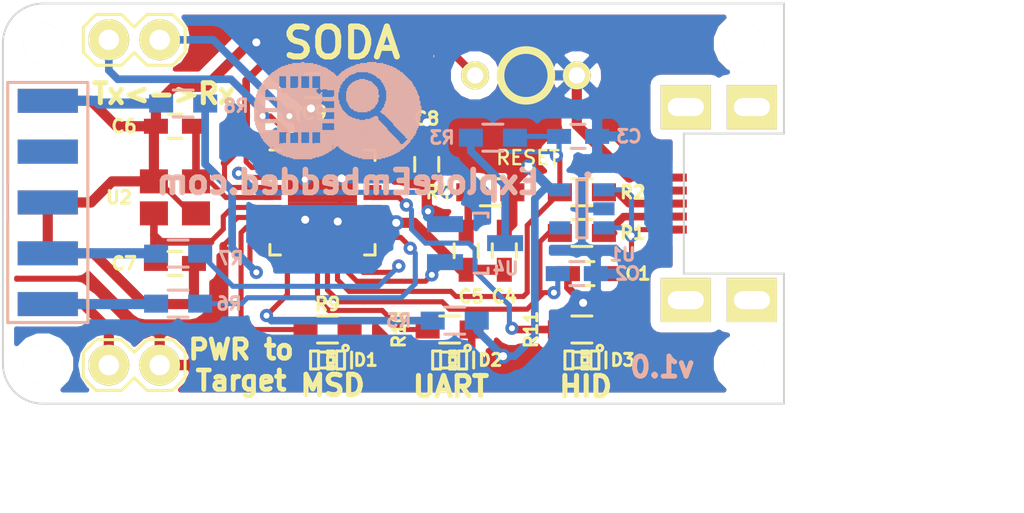
<source format=kicad_pcb>
(kicad_pcb (version 4) (host pcbnew 4.0.4-stable)
  (layers (0 F.Cu signal) (31 B.Cu signal) (34 B.Paste user) (35 F.Paste user) (36 B.SilkS user) (37 F.SilkS user) (38 B.Mask user) (39 F.Mask user) (44 Edge.Cuts user))
  (net 0 "")
  (net 1 GND)
  (net 2 V_BUS)
  (net 3 USB_D-)
  (net 4 USB_D+)
  (net 5 +3.3VP)
  (net 6 IF_RESET)
  (net 7 "Net-(C6-Pad1)")
  (net 8 "Net-(C7-Pad1)")
  (net 9 "Net-(CON1-Pad2)")
  (net 10 "Net-(CON1-Pad3)")
  (net 11 "Net-(D1-Pad2)")
  (net 12 "Net-(D2-Pad2)")
  (net 13 "Net-(D3-Pad2)")
  (net 14 "Net-(JP1-Pad2)")
  (net 15 TX_OUT)
  (net 16 RX_IN)
  (net 17 "Net-(P1-Pad2)")
  (net 18 "Net-(P1-Pad4)")
  (net 19 "Net-(P1-Pad6)")
  (net 20 "Net-(P1-Pad7)")
  (net 21 "Net-(P1-Pad8)")
  (net 22 "Net-(P1-Pad10)")
  (net 23 VBUS_Sense)
  (net 24 TGT_SWDIO)
  (net 25 TGT_SWCLK)
  (net 26 TGT_NRESET)
  (net 27 LED_MSD)
  (net 28 LED_HID)
  (net 29 LED_UART)
  (net 30 RESET)
  (net 31 "Net-(U3-Pad10)")
  (net 32 "Net-(U3-Pad11)")
  (net 33 USB_CONN)
  (net 34 "Net-(U3-Pad18)")
  (net 35 "Net-(U3-Pad19)")
  (net 36 "Net-(U3-Pad20)")
  (net 37 "Net-(U3-Pad22)")
  (net 38 "Net-(U3-Pad23)")
  (net 39 "Net-(U3-Pad24)")
  (net 40 "Net-(U3-Pad25)")
  (net 41 "Net-(U3-Pad26)")
  (net 42 "Net-(U3-Pad27)")
  (net 43 "Net-(U3-Pad28)")
  (net 44 "Net-(U3-Pad30)")
  (net 45 "Net-(U1-Pad4)")
  (net 46 "Net-(CON1-Pad4)")
  (net 47 "Net-(R3-Pad2)")
  (module EE:SW_PUSH_SMALL_2pin_3D_xl (layer F.Cu) (at 166.116 53.594 180)
    (fp_text reference SW1 hide)
    (fp_text value SW_PUSH hide)
    (pad 1 thru_hole circle (at -2.54 0 180) (size 1.397 1.397) (drill 0.8128) (layers *.Cu *.Mask F.SilkS) (net 1 GND))
    (pad 2 thru_hole circle (at 2.54 0 180) (size 1.397 1.397) (drill 0.8128) (layers *.Cu *.Mask F.SilkS) (net 30 RESET))
  )
  (module EE:M3_mounting (layer F.Cu) (at 142 52)
    (fp_text reference P3 hide)
    (fp_text value CONN_01X01 hide)
    (pad "" np_thru_hole circle (at 0 0) (size 2 2) (drill 2) (layers *.Cu *.Mask F.SilkS))
  )
  (module EE:M3_mounting (layer F.Cu) (at 142 68)
    (fp_text reference P2 hide)
    (fp_text value CONN_01X01 hide)
    (pad "" np_thru_hole circle (at 0 0) (size 2 2) (drill 2) (layers *.Cu *.Mask F.SilkS))
  )
  (module EE:M3_mounting (layer F.Cu) (at 177 68)
    (fp_text reference P5 hide)
    (fp_text value CONN_01X01 hide)
    (pad "" np_thru_hole circle (at 0 0) (size 2 2) (drill 2) (layers *.Cu *.Mask F.SilkS))
  )
  (module EE:M3_mounting (layer F.Cu) (at 177 52)
    (fp_text reference P4 hide)
    (fp_text value CONN_01X01 hide)
    (pad "" np_thru_hole circle (at 0 0) (size 2 2) (drill 2) (layers *.Cu *.Mask F.SilkS))
  )
  (module Housings_DFN_QFN:QFN-32-1EP_5x5mm_Pitch0.5mm (layer F.Cu) (at 155.956 59.944)
    (fp_text reference U3 hide)
    (fp_text value LPC11U35FHI33/501 hide)
    (pad 1 smd rect (at -2.5 -1.75) (size 0.9 0.25) (layers F.Cu F.Paste F.Mask) (net 30 RESET))
    (pad 2 smd rect (at -2.5 -1.25) (size 0.9 0.25) (layers F.Cu F.Paste F.Mask) (net 6 IF_RESET))
    (pad 3 smd rect (at -2.5 -0.75) (size 0.9 0.25) (layers F.Cu F.Paste F.Mask) (net 30 RESET))
    (pad 4 smd rect (at -2.5 -0.25) (size 0.9 0.25) (layers F.Cu F.Paste F.Mask) (net 7 "Net-(C6-Pad1)"))
    (pad 5 smd rect (at -2.5 0.25) (size 0.9 0.25) (layers F.Cu F.Paste F.Mask) (net 8 "Net-(C7-Pad1)"))
    (pad 6 smd rect (at -2.5 0.75) (size 0.9 0.25) (layers F.Cu F.Paste F.Mask) (net 5 +3.3VP))
    (pad 7 smd rect (at -2.5 1.25) (size 0.9 0.25) (layers F.Cu F.Paste F.Mask) (net 27 LED_MSD))
    (pad 8 smd rect (at -2.5 1.75) (size 0.9 0.25) (layers F.Cu F.Paste F.Mask) (net 26 TGT_NRESET))
    (pad 9 smd rect (at -1.75 2.5 90) (size 0.9 0.25) (layers F.Cu F.Paste F.Mask) (net 23 VBUS_Sense))
    (pad 10 smd rect (at -1.25 2.5 90) (size 0.9 0.25) (layers F.Cu F.Paste F.Mask) (net 31 "Net-(U3-Pad10)"))
    (pad 11 smd rect (at -0.75 2.5 90) (size 0.9 0.25) (layers F.Cu F.Paste F.Mask) (net 32 "Net-(U3-Pad11)"))
    (pad 12 smd rect (at -0.25 2.5 90) (size 0.9 0.25) (layers F.Cu F.Paste F.Mask) (net 28 LED_HID))
    (pad 13 smd rect (at 0.25 2.5 90) (size 0.9 0.25) (layers F.Cu F.Paste F.Mask) (net 3 USB_D-))
    (pad 14 smd rect (at 0.75 2.5 90) (size 0.9 0.25) (layers F.Cu F.Paste F.Mask) (net 4 USB_D+))
    (pad 15 smd rect (at 1.25 2.5 90) (size 0.9 0.25) (layers F.Cu F.Paste F.Mask) (net 33 USB_CONN))
    (pad 16 smd rect (at 1.75 2.5 90) (size 0.9 0.25) (layers F.Cu F.Paste F.Mask) (net 25 TGT_SWCLK))
    (pad 17 smd rect (at 2.5 1.75) (size 0.9 0.25) (layers F.Cu F.Paste F.Mask) (net 24 TGT_SWDIO))
    (pad 18 smd rect (at 2.5 1.25) (size 0.9 0.25) (layers F.Cu F.Paste F.Mask) (net 34 "Net-(U3-Pad18)"))
    (pad 19 smd rect (at 2.5 0.75) (size 0.9 0.25) (layers F.Cu F.Paste F.Mask) (net 35 "Net-(U3-Pad19)"))
    (pad 20 smd rect (at 2.5 0.25) (size 0.9 0.25) (layers F.Cu F.Paste F.Mask) (net 36 "Net-(U3-Pad20)"))
    (pad 21 smd rect (at 2.5 -0.25) (size 0.9 0.25) (layers F.Cu F.Paste F.Mask) (net 29 LED_UART))
    (pad 22 smd rect (at 2.5 -0.75) (size 0.9 0.25) (layers F.Cu F.Paste F.Mask) (net 37 "Net-(U3-Pad22)"))
    (pad 23 smd rect (at 2.5 -1.25) (size 0.9 0.25) (layers F.Cu F.Paste F.Mask) (net 38 "Net-(U3-Pad23)"))
    (pad 24 smd rect (at 2.5 -1.75) (size 0.9 0.25) (layers F.Cu F.Paste F.Mask) (net 39 "Net-(U3-Pad24)"))
    (pad 25 smd rect (at 1.75 -2.5 90) (size 0.9 0.25) (layers F.Cu F.Paste F.Mask) (net 40 "Net-(U3-Pad25)"))
    (pad 26 smd rect (at 1.25 -2.5 90) (size 0.9 0.25) (layers F.Cu F.Paste F.Mask) (net 41 "Net-(U3-Pad26)"))
    (pad 27 smd rect (at 0.75 -2.5 90) (size 0.9 0.25) (layers F.Cu F.Paste F.Mask) (net 42 "Net-(U3-Pad27)"))
    (pad 28 smd rect (at 0.25 -2.5 90) (size 0.9 0.25) (layers F.Cu F.Paste F.Mask) (net 43 "Net-(U3-Pad28)"))
    (pad 29 smd rect (at -0.25 -2.5 90) (size 0.9 0.25) (layers F.Cu F.Paste F.Mask) (net 5 +3.3VP))
    (pad 30 smd rect (at -0.75 -2.5 90) (size 0.9 0.25) (layers F.Cu F.Paste F.Mask) (net 44 "Net-(U3-Pad30)"))
    (pad 31 smd rect (at -1.25 -2.5 90) (size 0.9 0.25) (layers F.Cu F.Paste F.Mask) (net 16 RX_IN))
    (pad 32 smd rect (at -1.75 -2.5 90) (size 0.9 0.25) (layers F.Cu F.Paste F.Mask) (net 15 TX_OUT))
    (pad 33 smd rect (at 0.8625 0.8625) (size 1.725 1.725) (layers F.Cu F.Paste F.Mask) (net 1 GND))
    (pad 33 smd rect (at 0.8625 -0.8625) (size 1.725 1.725) (layers F.Cu F.Paste F.Mask) (net 1 GND))
    (pad 33 smd rect (at -0.8625 0.8625) (size 1.725 1.725) (layers F.Cu F.Paste F.Mask) (net 1 GND))
    (pad 33 smd rect (at -0.8625 -0.8625) (size 1.725 1.725) (layers F.Cu F.Paste F.Mask) (net 1 GND))
  )
  (module Pin_Headers:Pin_Header_Straight_1x02 (layer F.Cu) (at 147.828 68.072 270)
    (fp_text reference JP1 hide)
    (fp_text value "Power To Target" hide)
    (pad 1 thru_hole oval (at 0 0 270) (size 2.032 2.032) (drill 1.016) (layers *.Cu *.Mask F.SilkS) (net 5 +3.3VP))
    (pad 2 thru_hole oval (at 0 2.54 270) (size 2.032 2.032) (drill 1.016) (layers *.Cu *.Mask F.SilkS) (net 14 "Net-(JP1-Pad2)"))
  )
  (module Pin_Headers:Pin_Header_Straight_1x02 (layer F.Cu) (at 145.288 51.816 90)
    (fp_text reference JP2 hide)
    (fp_text value "Serial Link To Host" hide)
    (pad 1 thru_hole oval (at 0 0 90) (size 2.032 2.032) (drill 1.016) (layers *.Cu *.Mask F.SilkS) (net 15 TX_OUT))
    (pad 2 thru_hole oval (at 0 2.54 90) (size 2.032 2.032) (drill 1.016) (layers *.Cu *.Mask F.SilkS) (net 16 RX_IN))
  )
  (module EE:USB_Micro-B_SMD_NEW (layer F.Cu) (at 173.5 60 180)
    (fp_text reference CON1 hide)
    (fp_text value USB-MICRO-B hide)
    (pad 1 smd rect (at 0.1 -1.3 180) (size 1.5 0.4) (layers F.Cu F.Paste F.Mask) (net 2 V_BUS))
    (pad 2 smd rect (at 0.1 -0.65 180) (size 1.5 0.4) (layers F.Cu F.Paste F.Mask) (net 9 "Net-(CON1-Pad2)"))
    (pad 3 smd rect (at 0.1 0 180) (size 1.5 0.4) (layers F.Cu F.Paste F.Mask) (net 10 "Net-(CON1-Pad3)"))
    (pad 4 smd rect (at 0.1 0.65 180) (size 1.5 0.4) (layers F.Cu F.Paste F.Mask) (net 46 "Net-(CON1-Pad4)"))
    (pad 5 smd rect (at 0.1 1.3 180) (size 1.5 0.4) (layers F.Cu F.Paste F.Mask) (net 1 GND))
    (pad "" thru_hole rect (at -0.6 -4.825 180) (size 2.5 2.2) (drill oval 1.8 0.9) (layers *.Cu *.Mask F.SilkS))
    (pad "" thru_hole rect (at -3.9 -4.825 180) (size 2.5 2.2) (drill oval 1.8 0.9) (layers *.Cu *.Mask F.SilkS))
    (pad "" thru_hole rect (at -0.6 4.825 180) (size 2.5 2.2) (drill oval 1.8 0.9) (layers *.Cu *.Mask F.SilkS))
    (pad "" thru_hole rect (at -3.9 4.825 180) (size 2.5 2.2) (drill oval 1.8 0.9) (layers *.Cu *.Mask F.SilkS))
  )
  (module Capacitors_SMD:C_0603_HandSoldering (layer F.Cu) (at 169.164 63.5)
    (fp_text reference C1 (at 2.54 0) (layer F.SilkS) (effects (font (size 0.635 0.635))))
    (fp_text value 1uF,6.3V hide)
    (pad 1 smd rect (at -0.95 0) (size 1.2 0.75) (layers F.Cu F.Paste F.Mask) (net 1 GND))
    (pad 2 smd rect (at 0.95 0) (size 1.2 0.75) (layers F.Cu F.Paste F.Mask) (net 2 V_BUS))
  )
  (module Capacitors_SMD:C_0603_HandSoldering (layer B.Cu) (at 168.656 63.5 180)
    (fp_text reference C2 (at -2.54 0 180) (layer B.SilkS) (effects (font (size 0.635 0.635)) (justify mirror)))
    (fp_text value 18pF hide)
    (pad 1 smd rect (at -0.95 0 180) (size 1.2 0.75) (layers B.Cu B.Paste B.Mask) (net 1 GND))
    (pad 2 smd rect (at 0.95 0 180) (size 1.2 0.75) (layers B.Cu B.Paste B.Mask) (net 3 USB_D-))
  )
  (module Capacitors_SMD:C_0603_HandSoldering (layer B.Cu) (at 168.7195 56.642 180)
    (fp_text reference C3 (at -2.54 0 180) (layer B.SilkS) (effects (font (size 0.635 0.635)) (justify mirror)))
    (fp_text value 18pF hide)
    (pad 1 smd rect (at -0.95 0 180) (size 1.2 0.75) (layers B.Cu B.Paste B.Mask) (net 1 GND))
    (pad 2 smd rect (at 0.95 0 180) (size 1.2 0.75) (layers B.Cu B.Paste B.Mask) (net 4 USB_D+))
  )
  (module Capacitors_SMD:C_0603_HandSoldering (layer F.Cu) (at 165.0365 62.357 90)
    (fp_text reference C4 (at -2.286 0 180) (layer F.SilkS) (effects (font (size 0.635 0.635))))
    (fp_text value 10uF,6.3V hide)
    (pad 1 smd rect (at -0.95 0 90) (size 1.2 0.75) (layers F.Cu F.Paste F.Mask) (net 1 GND))
    (pad 2 smd rect (at 0.95 0 90) (size 1.2 0.75) (layers F.Cu F.Paste F.Mask) (net 5 +3.3VP))
  )
  (module Capacitors_SMD:C_0603_HandSoldering (layer F.Cu) (at 163.1315 62.357 90)
    (fp_text reference C5 (at -2.286 0.254 180) (layer F.SilkS) (effects (font (size 0.635 0.635))))
    (fp_text value 0.1uF hide)
    (pad 1 smd rect (at -0.95 0 90) (size 1.2 0.75) (layers F.Cu F.Paste F.Mask) (net 1 GND))
    (pad 2 smd rect (at 0.95 0 90) (size 1.2 0.75) (layers F.Cu F.Paste F.Mask) (net 6 IF_RESET))
  )
  (module Capacitors_SMD:C_0603_HandSoldering (layer F.Cu) (at 148.59 56.134 180)
    (fp_text reference C6 (at 2.54 0 360) (layer F.SilkS) (effects (font (size 0.635 0.635))))
    (fp_text value 18pF hide)
    (pad 1 smd rect (at -0.95 0 180) (size 1.2 0.75) (layers F.Cu F.Paste F.Mask) (net 7 "Net-(C6-Pad1)"))
    (pad 2 smd rect (at 0.95 0 180) (size 1.2 0.75) (layers F.Cu F.Paste F.Mask) (net 1 GND))
  )
  (module Capacitors_SMD:C_0603_HandSoldering (layer F.Cu) (at 148.59 62.992)
    (fp_text reference C7 (at -2.54 0 180) (layer F.SilkS) (effects (font (size 0.635 0.635))))
    (fp_text value 18pF hide)
    (pad 1 smd rect (at -0.95 0) (size 1.2 0.75) (layers F.Cu F.Paste F.Mask) (net 8 "Net-(C7-Pad1)"))
    (pad 2 smd rect (at 0.95 0) (size 1.2 0.75) (layers F.Cu F.Paste F.Mask) (net 1 GND))
  )
  (module Capacitors_SMD:C_0603_HandSoldering (layer F.Cu) (at 161.163 58.039 270)
    (fp_text reference C8 (at -2.286 0 360) (layer F.SilkS) (effects (font (size 0.635 0.635))))
    (fp_text value 0.1uF hide)
    (pad 1 smd rect (at -0.95 0 270) (size 1.2 0.75) (layers F.Cu F.Paste F.Mask) (net 1 GND))
    (pad 2 smd rect (at 0.95 0 270) (size 1.2 0.75) (layers F.Cu F.Paste F.Mask) (net 5 +3.3VP))
  )
  (module Capacitors_SMD:C_0603_HandSoldering (layer F.Cu) (at 155.448 54.102)
    (fp_text reference C9 (at 0.1016 1.3716) (layer F.SilkS) (effects (font (size 0.635 0.635))))
    (fp_text value 0.1uF hide)
    (pad 1 smd rect (at -0.95 0) (size 1.2 0.75) (layers F.Cu F.Paste F.Mask) (net 1 GND))
    (pad 2 smd rect (at 0.95 0) (size 1.2 0.75) (layers F.Cu F.Paste F.Mask) (net 5 +3.3VP))
  )
  (module EE:LED-0603_NEW (layer F.Cu) (at 156.21 67.818)
    (fp_text reference D1 (at 1.905 0) (layer F.SilkS) (effects (font (size 0.6 0.6))))
    (fp_text value LED hide)
    (pad 1 smd rect (at -0.7493 0) (size 0.79756 0.79756) (layers F.Cu F.Paste F.Mask) (net 5 +3.3VP))
    (pad 2 smd rect (at 0.7493 0) (size 0.79756 0.79756) (layers F.Cu F.Paste F.Mask) (net 11 "Net-(D1-Pad2)"))
  )
  (module EE:LED-0603_NEW (layer F.Cu) (at 162.306 67.818)
    (fp_text reference D2 (at 2.032 0) (layer F.SilkS) (effects (font (size 0.6 0.6))))
    (fp_text value LED hide)
    (pad 1 smd rect (at -0.7493 0) (size 0.79756 0.79756) (layers F.Cu F.Paste F.Mask) (net 5 +3.3VP))
    (pad 2 smd rect (at 0.7493 0) (size 0.79756 0.79756) (layers F.Cu F.Paste F.Mask) (net 12 "Net-(D2-Pad2)"))
  )
  (module EE:LED-0603_NEW (layer F.Cu) (at 168.91 67.818)
    (fp_text reference D3 (at 2.032 0) (layer F.SilkS) (effects (font (size 0.6 0.6))))
    (fp_text value LED hide)
    (pad 1 smd rect (at -0.7493 0) (size 0.79756 0.79756) (layers F.Cu F.Paste F.Mask) (net 5 +3.3VP))
    (pad 2 smd rect (at 0.7493 0) (size 0.79756 0.79756) (layers F.Cu F.Paste F.Mask) (net 13 "Net-(D3-Pad2)"))
  )
  (module Resistors_SMD:R_0603_HandSoldering (layer F.Cu) (at 168.91 61.468)
    (fp_text reference R1 (at 2.54 0) (layer F.SilkS) (effects (font (size 0.635 0.635))))
    (fp_text value 33R hide)
    (pad 1 smd rect (at -1.1 0) (size 1.2 0.9) (layers F.Cu F.Paste F.Mask) (net 3 USB_D-))
    (pad 2 smd rect (at 1.1 0) (size 1.2 0.9) (layers F.Cu F.Paste F.Mask) (net 9 "Net-(CON1-Pad2)"))
  )
  (module Resistors_SMD:R_0603_HandSoldering (layer F.Cu) (at 168.91 59.436)
    (fp_text reference R2 (at 2.54 0) (layer F.SilkS) (effects (font (size 0.635 0.635))))
    (fp_text value 33R hide)
    (pad 1 smd rect (at -1.1 0) (size 1.2 0.9) (layers F.Cu F.Paste F.Mask) (net 4 USB_D+))
    (pad 2 smd rect (at 1.1 0) (size 1.2 0.9) (layers F.Cu F.Paste F.Mask) (net 10 "Net-(CON1-Pad3)"))
  )
  (module Resistors_SMD:R_0603_HandSoldering (layer B.Cu) (at 164.465 56.7055 180)
    (fp_text reference R3 (at 2.54 0 180) (layer B.SilkS) (effects (font (size 0.635 0.635)) (justify mirror)))
    (fp_text value 1.5K hide)
    (pad 1 smd rect (at -1.1 0 180) (size 1.2 0.9) (layers B.Cu B.Paste B.Mask) (net 4 USB_D+))
    (pad 2 smd rect (at 1.1 0 180) (size 1.2 0.9) (layers B.Cu B.Paste B.Mask) (net 47 "Net-(R3-Pad2)"))
  )
  (module Resistors_SMD:R_0603_HandSoldering (layer F.Cu) (at 164.338 59.436)
    (fp_text reference R4 (at -2.6035 0) (layer F.SilkS) (effects (font (size 0.635 0.635))))
    (fp_text value 10K hide)
    (pad 1 smd rect (at -1.1 0) (size 1.2 0.9) (layers F.Cu F.Paste F.Mask) (net 6 IF_RESET))
    (pad 2 smd rect (at 1.1 0) (size 1.2 0.9) (layers F.Cu F.Paste F.Mask) (net 5 +3.3VP))
  )
  (module Resistors_SMD:R_0603_HandSoldering (layer B.Cu) (at 162.56 65.8495 180)
    (fp_text reference R5 (at 2.794 0 360) (layer B.SilkS) (effects (font (size 0.635 0.635)) (justify mirror)))
    (fp_text value 10K hide)
    (pad 1 smd rect (at -1.1 0 180) (size 1.2 0.9) (layers B.Cu B.Paste B.Mask) (net 5 +3.3VP))
    (pad 2 smd rect (at 1.1 0 180) (size 1.2 0.9) (layers B.Cu B.Paste B.Mask) (net 23 VBUS_Sense))
  )
  (module Resistors_SMD:R_0603_HandSoldering (layer B.Cu) (at 148.75 65 180)
    (fp_text reference R6 (at -2.54 0 180) (layer B.SilkS) (effects (font (size 0.635 0.635)) (justify mirror)))
    (fp_text value 470R hide)
    (pad 1 smd rect (at -1.1 0 180) (size 1.2 0.9) (layers B.Cu B.Paste B.Mask) (net 24 TGT_SWDIO))
    (pad 2 smd rect (at 1.1 0 180) (size 1.2 0.9) (layers B.Cu B.Paste B.Mask) (net 17 "Net-(P1-Pad2)"))
  )
  (module Resistors_SMD:R_0603_HandSoldering (layer B.Cu) (at 148.75 62.5 180)
    (fp_text reference R7 (at -2.634 -0.238 180) (layer B.SilkS) (effects (font (size 0.635 0.635)) (justify mirror)))
    (fp_text value 470R hide)
    (pad 1 smd rect (at -1.1 0 180) (size 1.2 0.9) (layers B.Cu B.Paste B.Mask) (net 25 TGT_SWCLK))
    (pad 2 smd rect (at 1.1 0 180) (size 1.2 0.9) (layers B.Cu B.Paste B.Mask) (net 18 "Net-(P1-Pad4)"))
  )
  (module Resistors_SMD:R_0603_HandSoldering (layer B.Cu) (at 149 55 180)
    (fp_text reference R8 (at -2.638 -0.118 180) (layer B.SilkS) (effects (font (size 0.635 0.635)) (justify mirror)))
    (fp_text value 470R hide)
    (pad 1 smd rect (at -1.1 0 180) (size 1.2 0.9) (layers B.Cu B.Paste B.Mask) (net 26 TGT_NRESET))
    (pad 2 smd rect (at 1.1 0 180) (size 1.2 0.9) (layers B.Cu B.Paste B.Mask) (net 22 "Net-(P1-Pad10)"))
  )
  (module Resistors_SMD:R_0603_HandSoldering (layer F.Cu) (at 156.21 66.294 180)
    (fp_text reference R9 (at 0 1.27 360) (layer F.SilkS) (effects (font (size 0.635 0.635))))
    (fp_text value 470R hide)
    (pad 1 smd rect (at -1.1 0 180) (size 1.2 0.9) (layers F.Cu F.Paste F.Mask) (net 11 "Net-(D1-Pad2)"))
    (pad 2 smd rect (at 1.1 0 180) (size 1.2 0.9) (layers F.Cu F.Paste F.Mask) (net 27 LED_MSD))
  )
  (module Resistors_SMD:R_0603_HandSoldering (layer F.Cu) (at 162.306 66.294 180)
    (fp_text reference R10 (at 2.54 0 270) (layer F.SilkS) (effects (font (size 0.635 0.635))))
    (fp_text value 470R hide)
    (pad 1 smd rect (at -1.1 0 180) (size 1.2 0.9) (layers F.Cu F.Paste F.Mask) (net 12 "Net-(D2-Pad2)"))
    (pad 2 smd rect (at 1.1 0 180) (size 1.2 0.9) (layers F.Cu F.Paste F.Mask) (net 28 LED_HID))
  )
  (module Resistors_SMD:R_0603_HandSoldering (layer F.Cu) (at 168.91 66.294 180)
    (fp_text reference R11 (at 2.54 0 270) (layer F.SilkS) (effects (font (size 0.635 0.635))))
    (fp_text value 470R hide)
    (pad 1 smd rect (at -1.1 0 180) (size 1.2 0.9) (layers F.Cu F.Paste F.Mask) (net 13 "Net-(D3-Pad2)"))
    (pad 2 smd rect (at 1.1 0 180) (size 1.2 0.9) (layers F.Cu F.Paste F.Mask) (net 29 LED_UART))
  )
  (module EE:12Mhz_SMD_4pin (layer F.Cu) (at 148.59 59.69)
    (fp_text reference U2 (at -2.794 0) (layer F.SilkS) (effects (font (size 0.635 0.635))))
    (fp_text value 12Mhz_SMD hide)
    (pad 4 smd rect (at -1.05 -0.8) (size 1.4 1.2) (layers F.Cu F.Paste F.Mask) (net 1 GND))
    (pad 3 smd rect (at 1.05 -0.8) (size 1.4 1.2) (layers F.Cu F.Paste F.Mask) (net 7 "Net-(C6-Pad1)"))
    (pad 1 smd rect (at -1.05 0.8) (size 1.4 1.2) (layers F.Cu F.Paste F.Mask) (net 8 "Net-(C7-Pad1)"))
    (pad 2 smd rect (at 1.05 0.8) (size 1.4 1.2) (layers F.Cu F.Paste F.Mask) (net 1 GND))
  )
  (module TO_SOT_Packages_SMD:SOT-23-5 (layer B.Cu) (at 168.91 60.2615 180)
    (fp_text reference U1 (at -2.032 -2.286 360) (layer B.SilkS) (effects (font (size 0.635 0.635)) (justify mirror)))
    (fp_text value TC1014-3.3V hide)
    (pad 1 smd rect (at -1.1 0.95 180) (size 1.06 0.65) (layers B.Cu B.Paste B.Mask) (net 2 V_BUS))
    (pad 2 smd rect (at -1.1 0 180) (size 1.06 0.65) (layers B.Cu B.Paste B.Mask) (net 1 GND))
    (pad 3 smd rect (at -1.1 -0.95 180) (size 1.06 0.65) (layers B.Cu B.Paste B.Mask) (net 2 V_BUS))
    (pad 4 smd rect (at 1.1 -0.95 180) (size 1.06 0.65) (layers B.Cu B.Paste B.Mask) (net 45 "Net-(U1-Pad4)"))
    (pad 5 smd rect (at 1.1 0.95 180) (size 1.06 0.65) (layers B.Cu B.Paste B.Mask) (net 5 +3.3VP))
  )
  (module TO_SOT_Packages_SMD:SOT-23_Handsoldering (layer B.Cu) (at 163.576 61.976 90)
    (fp_text reference U4 (at -1.27 1.524 360) (layer B.SilkS) (effects (font (size 0.635 0.635)) (justify mirror)))
    (fp_text value BSS84_SOT-23 hide)
    (pad 1 smd rect (at -0.95 -1.50114 90) (size 0.8001 1.80086) (layers B.Cu B.Paste B.Mask) (net 33 USB_CONN))
    (pad 2 smd rect (at 0.95 -1.50114 90) (size 0.8001 1.80086) (layers B.Cu B.Paste B.Mask) (net 5 +3.3VP))
    (pad 3 smd rect (at 0 1.50114 90) (size 0.8001 1.80086) (layers B.Cu B.Paste B.Mask) (net 47 "Net-(R3-Pad2)"))
  )
  (module EE:5X2_FRC_2SIDE_EE (layer F.Cu) (at 142.24 59.944 180)
    (fp_text reference P1 hide)
    (fp_text value CONN_02X05 hide)
    (pad 1 smd rect (at 0 -5.08 180) (size 3 1.2) (layers F.Cu F.Paste F.Mask) (net 14 "Net-(JP1-Pad2)"))
    (pad 2 smd rect (at 0 -5.08 180) (size 3 1.2) (layers B.Cu F.Paste F.Mask) (net 17 "Net-(P1-Pad2)"))
    (pad 3 smd rect (at 0 -2.54 180) (size 3 1.2) (layers F.Cu F.Paste F.Mask) (net 1 GND))
    (pad 4 smd rect (at 0 -2.54 180) (size 3 1.2) (layers B.Cu F.Paste F.Mask) (net 18 "Net-(P1-Pad4)"))
    (pad 5 smd rect (at 0 0 180) (size 3 1.2) (layers F.Cu F.Paste F.Mask) (net 1 GND))
    (pad 6 smd rect (at 0 0 180) (size 3 1.2) (layers B.Cu F.Paste F.Mask) (net 19 "Net-(P1-Pad6)"))
    (pad 7 smd rect (at 0 2.54 180) (size 3 1.2) (layers F.Cu F.Paste F.Mask) (net 20 "Net-(P1-Pad7)"))
    (pad 8 smd rect (at 0 2.54 180) (size 3 1.2) (layers B.Cu F.Paste F.Mask) (net 21 "Net-(P1-Pad8)"))
    (pad 9 smd rect (at 0 5.08 180) (size 3 1.2) (layers F.Cu F.Paste F.Mask) (net 1 GND))
    (pad 10 smd rect (at 0 5.08 180) (size 3 1.2) (layers B.Cu F.Paste F.Mask) (net 22 "Net-(P1-Pad10)"))
  )
  (module "Logo:LOGO (2)" (layer B.Cu) (at 161.544 52.578 180)
    (fp_text reference P6 hide)
    (fp_text value CONN_01X01 hide)
  )
  (gr_text v1.0 (at 172.9232 68.1736) (layer B.SilkS) (effects (font (size 1 1) (thickness 0.25)) (justify mirror)))
  (gr_text SODA (at 156.9212 51.9684) (layer F.SilkS) (effects (font (size 1.5 1.5) (thickness 0.3))))
  (gr_text Tx<->Rx (at 148.0312 54.5084) (layer F.SilkS) (effects (font (size 1 1) (thickness 0.25))))
  (gr_text "PWR to\nTarget" (at 151.892 68.072) (layer F.SilkS) (effects (font (size 0.9652 0.9652) (thickness 0.2413))))
  (gr_text ExploreEmbedded.com (at 157.226 58.928) (layer B.SilkS) (effects (font (size 1.143 1.143) (thickness 0.28575)) (justify mirror)))
  (gr_line (start 179 63.5) (end 179 70) (angle 90) (layer Edge.Cuts) (width 0.1))
  (gr_line (start 179 56.5) (end 179 50) (angle 90) (layer Edge.Cuts) (width 0.1))
  (gr_line (start 174 63.5) (end 179 63.5) (angle 90) (layer Edge.Cuts) (width 0.1))
  (gr_line (start 174 56.5) (end 174 63.5) (angle 90) (layer Edge.Cuts) (width 0.1))
  (gr_line (start 179 56.5) (end 174 56.5) (angle 90) (layer Edge.Cuts) (width 0.1))
  (gr_line (start 179 50) (end 142 50) (angle 90) (layer Edge.Cuts) (width 0.1))
  (gr_line (start 179 70) (end 142 70) (angle 90) (layer Edge.Cuts) (width 0.1))
  (gr_line (start 140 52) (end 140 68) (angle 90) (layer Edge.Cuts) (width 0.1))
  (gr_arc (start 142 68) (end 142 70) (angle 90) (layer Edge.Cuts) (width 0.1))
  (gr_arc (start 142 52) (end 140 52) (angle 90) (layer Edge.Cuts) (width 0.1))
  (gr_text RESET (at 166.2176 57.7088) (layer F.SilkS) (effects (font (size 0.7 0.7) (thickness 0.125))))
  (gr_text HID (at 169.1005 69.1515) (layer F.SilkS) (effects (font (size 1.016 1.016) (thickness 0.254))))
  (gr_text UART (at 162.3695 69.1515) (layer F.SilkS) (effects (font (size 1.016 1.016) (thickness 0.254))))
  (gr_text MSD (at 156.464 69.088) (layer F.SilkS) (effects (font (size 1.016 1.016) (thickness 0.254))))
  (segment (start 156.8185 60.8065) (end 155.0935 60.8065) (width 0.381) (layer F.Cu) (net 1))
  (via (at 155.0935 60.8065) (size 0.76) (drill 0.4) (layers F.Cu B.Cu) (net 1))
  (segment (start 155.0935 60.8065) (end 155.1305 60.7695) (width 0.381) (layer B.Cu) (net 1))
  (segment (start 149.54 62.992) (end 149.54 64.836) (width 0.508) (layer F.Cu) (net 1))
  (segment (start 144.526 62.484) (end 142.24 62.484) (width 0.508) (layer F.Cu) (net 1))
  (segment (start 147.066 65.024) (end 144.526 62.484) (width 0.508) (layer F.Cu) (net 1))
  (segment (start 149.352 65.024) (end 147.066 65.024) (width 0.508) (layer F.Cu) (net 1))
  (segment (start 149.54 64.836) (end 149.352 65.024) (width 0.508) (layer F.Cu) (net 1))
  (segment (start 142.24 62.484) (end 142.24 59.944) (width 0.508) (layer F.Cu) (net 1))
  (segment (start 147.54 58.89) (end 145.453 58.89) (width 0.508) (layer F.Cu) (net 1))
  (segment (start 145.453 58.89) (end 144.399 59.944) (width 0.508) (layer F.Cu) (net 1))
  (segment (start 144.399 59.944) (end 142.24 59.944) (width 0.508) (layer F.Cu) (net 1))
  (segment (start 147.64 56.134) (end 145.669 56.134) (width 0.508) (layer F.Cu) (net 1))
  (segment (start 145.669 56.134) (end 144.399 54.864) (width 0.508) (layer F.Cu) (net 1))
  (segment (start 144.399 54.864) (end 142.24 54.864) (width 0.508) (layer F.Cu) (net 1))
  (segment (start 156.9085 58.7375) (end 159.3215 58.7375) (width 0.508) (layer B.Cu) (net 1))
  (segment (start 156.9085 58.7375) (end 156.8185 58.8275) (width 0.254) (layer F.Cu) (net 1))
  (via (at 156.9085 58.7375) (size 0.76) (drill 0.4) (layers F.Cu B.Cu) (net 1))
  (segment (start 159.0675 58.7375) (end 156.9085 58.7375) (width 0.508) (layer B.Cu) (net 1))
  (segment (start 159.1945 58.7375) (end 159.0675 58.7375) (width 0.508) (layer B.Cu) (net 1))
  (segment (start 156.8185 58.8275) (end 156.8185 59.0815) (width 0.254) (layer F.Cu) (net 1))
  (segment (start 156.8185 59.0815) (end 156.8185 60.8065) (width 0.254) (layer F.Cu) (net 1))
  (segment (start 154.498 54.102) (end 154.498 54.3585) (width 0.254) (layer F.Cu) (net 1))
  (segment (start 154.498 54.3585) (end 155.3845 55.245) (width 0.508) (layer F.Cu) (net 1))
  (via (at 155.3845 55.245) (size 0.76) (drill 0.4) (layers F.Cu B.Cu) (net 1))
  (via (at 155.067 58.801) (size 0.66) (drill 0.3) (layers F.Cu B.Cu) (net 1))
  (segment (start 155.067 55.5625) (end 155.067 58.801) (width 0.508) (layer B.Cu) (net 1))
  (segment (start 155.3845 55.245) (end 155.067 55.5625) (width 0.508) (layer B.Cu) (net 1))
  (segment (start 155.067 58.801) (end 155.3475 59.0815) (width 0.254) (layer F.Cu) (net 1))
  (segment (start 155.3475 59.0815) (end 156.8185 59.0815) (width 0.254) (layer F.Cu) (net 1))
  (segment (start 165.0365 63.307) (end 163.1315 63.307) (width 0.508) (layer F.Cu) (net 1))
  (segment (start 169.6695 56.642) (end 169.6695 54.6075) (width 0.508) (layer B.Cu) (net 1))
  (segment (start 169.6695 54.6075) (end 168.656 53.594) (width 0.508) (layer B.Cu) (net 1))
  (segment (start 173.4 58.7) (end 171.2855 58.7) (width 0.381) (layer F.Cu) (net 1))
  (segment (start 171.2855 58.7) (end 168.656 56.0705) (width 0.508) (layer F.Cu) (net 1))
  (segment (start 168.656 56.0705) (end 168.656 53.594) (width 0.508) (layer F.Cu) (net 1))
  (segment (start 170.01 60.2615) (end 169.037 60.2615) (width 0.381) (layer B.Cu) (net 1))
  (segment (start 169.6695 57.724) (end 169.6695 56.642) (width 0.381) (layer B.Cu) (net 1))
  (segment (start 168.91 58.4835) (end 169.6695 57.724) (width 0.381) (layer B.Cu) (net 1))
  (segment (start 168.91 59.8805) (end 168.91 58.4835) (width 0.381) (layer B.Cu) (net 1))
  (segment (start 168.91 60.1345) (end 168.91 59.8805) (width 0.254) (layer B.Cu) (net 1))
  (segment (start 169.037 60.2615) (end 168.91 60.1345) (width 0.254) (layer B.Cu) (net 1))
  (segment (start 144.399 54.864) (end 142.24 54.864) (width 0.254) (layer F.Cu) (net 1))
  (segment (start 144.399 59.944) (end 142.24 59.944) (width 0.254) (layer F.Cu) (net 1))
  (segment (start 145.453 58.89) (end 144.399 59.944) (width 0.254) (layer F.Cu) (net 1))
  (segment (start 147.54 58.89) (end 147.54 56.234) (width 0.508) (layer F.Cu) (net 1))
  (segment (start 147.54 56.234) (end 147.64 56.134) (width 0.254) (layer F.Cu) (net 1))
  (segment (start 149.64 60.49) (end 149.39 60.49) (width 0.254) (layer F.Cu) (net 1))
  (segment (start 149.39 60.49) (end 147.79 58.89) (width 0.254) (layer F.Cu) (net 1))
  (segment (start 147.79 58.89) (end 147.54 58.89) (width 0.254) (layer F.Cu) (net 1))
  (segment (start 147.667 56.234) (end 147.767 56.134) (width 0.254) (layer F.Cu) (net 1))
  (via (at 161.163 55.9435) (size 0.76) (drill 0.4) (layers F.Cu B.Cu) (net 1))
  (segment (start 161.163 55.9435) (end 161.163 57.089) (width 0.254) (layer F.Cu) (net 1))
  (segment (start 161.163 56.896) (end 161.163 55.9435) (width 0.508) (layer B.Cu) (net 1))
  (segment (start 159.3215 58.7375) (end 161.163 56.896) (width 0.508) (layer B.Cu) (net 1))
  (segment (start 159.0675 58.7375) (end 159.3215 58.7375) (width 0.254) (layer B.Cu) (net 1))
  (segment (start 156.808 60.8065) (end 156.8185 60.8065) (width 0.254) (layer F.Cu) (net 1))
  (segment (start 160.528 60.96) (end 159.639 60.96) (width 0.508) (layer F.Cu) (net 1))
  (via (at 159.639 60.96) (size 0.76) (drill 0.4) (layers F.Cu B.Cu) (net 1))
  (segment (start 159.639 60.96) (end 159.5755 60.8965) (width 0.254) (layer B.Cu) (net 1))
  (segment (start 159.5755 60.8965) (end 156.718 60.8965) (width 0.508) (layer B.Cu) (net 1))
  (via (at 156.718 60.8965) (size 0.76) (drill 0.4) (layers F.Cu B.Cu) (net 1))
  (segment (start 156.718 60.8965) (end 156.808 60.8065) (width 0.254) (layer F.Cu) (net 1))
  (segment (start 162.875 63.307) (end 160.528 60.96) (width 0.508) (layer F.Cu) (net 1))
  (segment (start 163.1315 63.307) (end 162.875 63.307) (width 0.254) (layer F.Cu) (net 1))
  (segment (start 168.91 62.103) (end 169.606 62.799) (width 0.381) (layer B.Cu) (net 1))
  (segment (start 169.606 62.799) (end 169.606 63.5) (width 0.381) (layer B.Cu) (net 1))
  (segment (start 168.91 59.8805) (end 168.91 62.103) (width 0.381) (layer B.Cu) (net 1))
  (segment (start 168.214 64.201) (end 168.9735 64.9605) (width 0.381) (layer F.Cu) (net 1))
  (via (at 168.9735 64.9605) (size 0.76) (drill 0.4) (layers F.Cu B.Cu) (net 1))
  (segment (start 168.9735 64.9605) (end 169.606 64.328) (width 0.381) (layer B.Cu) (net 1))
  (segment (start 169.606 64.328) (end 169.606 63.5) (width 0.381) (layer B.Cu) (net 1))
  (segment (start 168.214 63.5) (end 168.214 64.201) (width 0.381) (layer F.Cu) (net 1))
  (segment (start 167.259 53.594) (end 165.7985 55.0545) (width 0.508) (layer B.Cu) (net 1))
  (segment (start 165.7985 55.0545) (end 162.052 55.0545) (width 0.508) (layer B.Cu) (net 1))
  (segment (start 162.052 55.0545) (end 161.163 55.9435) (width 0.508) (layer B.Cu) (net 1))
  (segment (start 168.656 53.594) (end 167.259 53.594) (width 0.508) (layer B.Cu) (net 1))
  (segment (start 147.64 55.052) (end 148.5265 54.1655) (width 0.508) (layer F.Cu) (net 1))
  (segment (start 148.5265 54.1655) (end 150.114 54.1655) (width 0.508) (layer F.Cu) (net 1))
  (segment (start 150.114 54.1655) (end 152.3365 51.943) (width 0.508) (layer F.Cu) (net 1))
  (segment (start 152.3365 51.943) (end 152.654 51.943) (width 0.508) (layer F.Cu) (net 1))
  (via (at 152.654 51.943) (size 0.76) (drill 0.4) (layers F.Cu B.Cu) (net 1))
  (segment (start 152.654 51.943) (end 155.3845 54.6735) (width 0.508) (layer B.Cu) (net 1))
  (segment (start 155.3845 54.6735) (end 155.3845 55.245) (width 0.508) (layer B.Cu) (net 1))
  (segment (start 147.64 56.134) (end 147.64 55.052) (width 0.508) (layer F.Cu) (net 1))
  (segment (start 170.114 63.5) (end 170.815 63.5) (width 0.254) (layer F.Cu) (net 2))
  (segment (start 171.3865 62.9285) (end 171.3865 61.595) (width 0.254) (layer F.Cu) (net 2))
  (segment (start 170.815 63.5) (end 171.3865 62.9285) (width 0.254) (layer F.Cu) (net 2))
  (segment (start 171.3865 61.595) (end 171.3865 59.6265) (width 0.254) (layer B.Cu) (net 2))
  (segment (start 171.0715 59.3115) (end 170.01 59.3115) (width 0.254) (layer B.Cu) (net 2))
  (segment (start 171.3865 59.6265) (end 171.0715 59.3115) (width 0.254) (layer B.Cu) (net 2))
  (segment (start 173.4 61.3) (end 171.6815 61.3) (width 0.254) (layer F.Cu) (net 2))
  (segment (start 171.003 61.2115) (end 170.01 61.2115) (width 0.254) (layer B.Cu) (net 2))
  (segment (start 171.3865 61.595) (end 171.003 61.2115) (width 0.254) (layer B.Cu) (net 2))
  (via (at 171.3865 61.595) (size 0.66) (drill 0.3) (layers F.Cu B.Cu) (net 2))
  (segment (start 171.6815 61.3) (end 171.3865 61.595) (width 0.254) (layer F.Cu) (net 2))
  (segment (start 167.513 64.4525) (end 167.005 64.4525) (width 0.254) (layer F.Cu) (net 3))
  (via (at 167.513 64.4525) (size 0.66) (drill 0.3) (layers F.Cu B.Cu) (net 3))
  (segment (start 167.513 64.4525) (end 167.706 64.2595) (width 0.254) (layer B.Cu) (net 3))
  (segment (start 167.706 63.5) (end 167.706 64.2595) (width 0.254) (layer B.Cu) (net 3))
  (segment (start 167.005 64.4525) (end 166.624 64.8335) (width 0.254) (layer F.Cu) (net 3))
  (segment (start 166.8145 64.008) (end 166.8145 64.643) (width 0.254) (layer F.Cu) (net 3))
  (segment (start 166.8145 64.643) (end 166.624 64.8335) (width 0.254) (layer F.Cu) (net 3))
  (segment (start 165.4175 65.278) (end 166.1795 65.278) (width 0.254) (layer F.Cu) (net 3))
  (segment (start 166.1795 65.278) (end 166.624 64.8335) (width 0.254) (layer F.Cu) (net 3))
  (segment (start 157.988 64.909698) (end 161.937698 64.909698) (width 0.254) (layer F.Cu) (net 3))
  (segment (start 156.206 64.3215) (end 156.794198 64.909698) (width 0.254) (layer F.Cu) (net 3))
  (segment (start 156.794198 64.909698) (end 157.988 64.909698) (width 0.254) (layer F.Cu) (net 3))
  (segment (start 156.206 62.444) (end 156.206 64.3215) (width 0.254) (layer F.Cu) (net 3))
  (segment (start 162.306 65.278) (end 165.4175 65.278) (width 0.254) (layer F.Cu) (net 3))
  (segment (start 165.4175 65.278) (end 165.6715 65.278) (width 0.254) (layer F.Cu) (net 3))
  (segment (start 161.937698 64.909698) (end 162.306 65.278) (width 0.254) (layer F.Cu) (net 3))
  (segment (start 167.81 61.468) (end 167.259 61.468) (width 0.254) (layer F.Cu) (net 3))
  (segment (start 167.259 61.468) (end 166.8145 61.9125) (width 0.254) (layer F.Cu) (net 3))
  (segment (start 166.8145 61.9125) (end 166.8145 64.008) (width 0.254) (layer F.Cu) (net 3))
  (segment (start 166.8145 64.008) (end 166.8145 64.135) (width 0.254) (layer F.Cu) (net 3))
  (segment (start 165.227 64.643) (end 165.989 64.643) (width 0.254) (layer F.Cu) (net 4))
  (segment (start 156.706 63.8055) (end 157.2895 64.389) (width 0.254) (layer F.Cu) (net 4))
  (segment (start 157.2895 64.389) (end 162.3695 64.389) (width 0.254) (layer F.Cu) (net 4))
  (segment (start 162.3695 64.389) (end 162.6235 64.643) (width 0.254) (layer F.Cu) (net 4))
  (segment (start 162.6235 64.643) (end 165.227 64.643) (width 0.254) (layer F.Cu) (net 4))
  (segment (start 156.706 62.444) (end 156.706 63.8055) (width 0.254) (layer F.Cu) (net 4))
  (segment (start 166.1795 61.087) (end 167.81 59.4565) (width 0.254) (layer F.Cu) (net 4))
  (segment (start 166.1795 64.4525) (end 166.1795 61.087) (width 0.254) (layer F.Cu) (net 4))
  (segment (start 165.989 64.643) (end 166.1795 64.4525) (width 0.254) (layer F.Cu) (net 4))
  (segment (start 167.81 59.4565) (end 167.81 59.436) (width 0.254) (layer F.Cu) (net 4))
  (segment (start 167.7695 56.642) (end 165.6285 56.642) (width 0.254) (layer B.Cu) (net 4))
  (segment (start 165.6285 56.642) (end 165.565 56.7055) (width 0.254) (layer B.Cu) (net 4))
  (segment (start 165.184 57.404) (end 167.4495 57.404) (width 0.254) (layer B.Cu) (net 4))
  (segment (start 167.4495 57.404) (end 167.64 57.5945) (width 0.254) (layer B.Cu) (net 4))
  (segment (start 167.81 59.436) (end 167.81 57.7645) (width 0.254) (layer F.Cu) (net 4))
  (segment (start 167.7695 57.465) (end 167.7695 56.642) (width 0.254) (layer B.Cu) (net 4))
  (segment (start 167.64 57.5945) (end 167.7695 57.465) (width 0.254) (layer B.Cu) (net 4))
  (via (at 167.64 57.5945) (size 0.66) (drill 0.3) (layers F.Cu B.Cu) (net 4))
  (segment (start 167.81 57.7645) (end 167.64 57.5945) (width 0.254) (layer F.Cu) (net 4))
  (segment (start 147.828 68.072) (end 149.606 68.072) (width 0.508) (layer F.Cu) (net 5))
  (segment (start 151.7135 60.694) (end 151.4475 60.96) (width 0.254) (layer F.Cu) (net 5))
  (segment (start 151.4475 60.96) (end 151.4475 61.6585) (width 0.254) (layer F.Cu) (net 5))
  (segment (start 151.4475 61.6585) (end 151.003 62.103) (width 0.254) (layer F.Cu) (net 5))
  (segment (start 151.003 62.103) (end 151.003 65.913) (width 0.381) (layer F.Cu) (net 5))
  (segment (start 151.7135 60.694) (end 153.456 60.694) (width 0.254) (layer F.Cu) (net 5))
  (segment (start 151.003 66.675) (end 151.003 65.913) (width 0.508) (layer F.Cu) (net 5))
  (segment (start 149.606 68.072) (end 151.003 66.675) (width 0.508) (layer F.Cu) (net 5))
  (segment (start 155.4607 67.818) (end 150.114 67.818) (width 0.508) (layer F.Cu) (net 5))
  (segment (start 149.86 68.072) (end 147.828 68.072) (width 0.508) (layer F.Cu) (net 5))
  (segment (start 150.114 67.818) (end 149.86 68.072) (width 0.508) (layer F.Cu) (net 5))
  (segment (start 168.1607 67.818) (end 165.1635 67.818) (width 0.381) (layer F.Cu) (net 5))
  (segment (start 165.1635 67.818) (end 164.973 67.6275) (width 0.381) (layer F.Cu) (net 5))
  (segment (start 163.66 65.8495) (end 163.66 66.3145) (width 0.381) (layer B.Cu) (net 5))
  (segment (start 163.66 66.3145) (end 164.973 67.6275) (width 0.381) (layer B.Cu) (net 5))
  (segment (start 165.438 59.436) (end 165.438 61.0055) (width 0.508) (layer F.Cu) (net 5))
  (segment (start 165.438 61.0055) (end 165.0365 61.407) (width 0.508) (layer F.Cu) (net 5))
  (segment (start 165.438 59.436) (end 165.438 58.971) (width 0.508) (layer F.Cu) (net 5))
  (segment (start 165.438 58.971) (end 166.243 58.166) (width 0.508) (layer F.Cu) (net 5))
  (segment (start 162.7505 58.166) (end 161.986 58.166) (width 0.508) (layer F.Cu) (net 5))
  (segment (start 161.986 58.166) (end 161.163 58.989) (width 0.508) (layer F.Cu) (net 5))
  (segment (start 156.398 54.102) (end 161.417 54.102) (width 0.508) (layer F.Cu) (net 5))
  (segment (start 165.481 58.166) (end 166.243 58.166) (width 0.508) (layer F.Cu) (net 5))
  (segment (start 161.417 54.102) (end 165.481 58.166) (width 0.508) (layer F.Cu) (net 5))
  (segment (start 166.243 58.166) (end 162.7505 58.166) (width 0.508) (layer F.Cu) (net 5))
  (segment (start 161.986 58.166) (end 161.163 58.989) (width 0.254) (layer F.Cu) (net 5))
  (segment (start 165.438 58.971) (end 166.243 58.166) (width 0.508) (layer F.Cu) (net 5))
  (segment (start 166.243 58.166) (end 167.3885 59.3115) (width 0.508) (layer B.Cu) (net 5))
  (via (at 166.243 58.166) (size 0.76) (drill 0.4) (layers F.Cu B.Cu) (net 5))
  (segment (start 167.3885 59.3115) (end 167.81 59.3115) (width 0.254) (layer B.Cu) (net 5))
  (segment (start 168.1607 67.818) (end 166.751 67.818) (width 0.254) (layer F.Cu) (net 5))
  (segment (start 165.438 61.0055) (end 165.0365 61.407) (width 0.254) (layer F.Cu) (net 5))
  (segment (start 162.306 69.1515) (end 156.0195 69.1515) (width 0.508) (layer F.Cu) (net 5))
  (segment (start 155.4607 68.5927) (end 155.4607 67.818) (width 0.508) (layer F.Cu) (net 5))
  (segment (start 156.0195 69.1515) (end 155.4607 68.5927) (width 0.508) (layer F.Cu) (net 5))
  (segment (start 168.1607 67.818) (end 168.1607 68.6943) (width 0.508) (layer F.Cu) (net 5))
  (segment (start 161.5567 68.5927) (end 161.5567 67.818) (width 0.508) (layer F.Cu) (net 5))
  (segment (start 162.1155 69.1515) (end 161.5567 68.5927) (width 0.508) (layer F.Cu) (net 5))
  (segment (start 167.7035 69.1515) (end 162.306 69.1515) (width 0.508) (layer F.Cu) (net 5))
  (segment (start 162.306 69.1515) (end 162.1155 69.1515) (width 0.254) (layer F.Cu) (net 5))
  (segment (start 168.1607 68.6943) (end 167.7035 69.1515) (width 0.508) (layer F.Cu) (net 5))
  (segment (start 155.706 57.444) (end 155.706 56.0665) (width 0.254) (layer F.Cu) (net 5))
  (segment (start 156.398 55.3745) (end 156.398 54.102) (width 0.381) (layer F.Cu) (net 5))
  (segment (start 155.706 56.0665) (end 156.398 55.3745) (width 0.381) (layer F.Cu) (net 5))
  (segment (start 161.163 60.325) (end 161.163 58.989) (width 0.508) (layer F.Cu) (net 5))
  (segment (start 161.2265 60.6425) (end 161.2265 60.3885) (width 0.508) (layer B.Cu) (net 5))
  (via (at 161.2265 60.3885) (size 0.66) (drill 0.3) (layers F.Cu B.Cu) (net 5))
  (segment (start 161.2265 60.3885) (end 161.163 60.325) (width 0.254) (layer F.Cu) (net 5))
  (segment (start 161.61 61.026) (end 161.2265 60.6425) (width 0.254) (layer B.Cu) (net 5))
  (segment (start 162.07486 61.026) (end 161.61 61.026) (width 0.254) (layer B.Cu) (net 5))
  (segment (start 167.0025 59.3115) (end 167.81 59.3115) (width 0.254) (layer B.Cu) (net 5))
  (segment (start 166.5605 59.7535) (end 167.0025 59.3115) (width 0.381) (layer B.Cu) (net 5))
  (segment (start 166.5605 65.659) (end 166.5605 59.7535) (width 0.381) (layer B.Cu) (net 5))
  (segment (start 166.5605 65.7225) (end 166.5605 65.659) (width 0.254) (layer B.Cu) (net 5))
  (segment (start 164.973 67.6275) (end 163.66 66.3145) (width 0.254) (layer B.Cu) (net 5))
  (via (at 164.973 67.6275) (size 0.76) (drill 0.4) (layers F.Cu B.Cu) (net 5))
  (segment (start 165.1635 67.818) (end 164.973 67.6275) (width 0.254) (layer F.Cu) (net 5))
  (segment (start 166.5605 66.6115) (end 165.5445 67.6275) (width 0.381) (layer B.Cu) (net 5))
  (segment (start 165.5445 67.6275) (end 164.973 67.6275) (width 0.381) (layer B.Cu) (net 5))
  (segment (start 166.5605 65.659) (end 166.5605 66.6115) (width 0.381) (layer B.Cu) (net 5))
  (segment (start 163.238 59.436) (end 163.238 61.3005) (width 0.381) (layer F.Cu) (net 6))
  (segment (start 163.238 61.3005) (end 163.1315 61.407) (width 0.254) (layer F.Cu) (net 6))
  (segment (start 153.456 58.694) (end 151.9755 58.694) (width 0.254) (layer F.Cu) (net 6))
  (segment (start 162.179 59.436) (end 163.238 59.436) (width 0.254) (layer F.Cu) (net 6))
  (via (at 162.179 59.436) (size 0.66) (drill 0.3) (layers F.Cu B.Cu) (net 6))
  (segment (start 152.7175 59.436) (end 162.179 59.436) (width 0.254) (layer B.Cu) (net 6))
  (segment (start 151.765 58.4835) (end 152.7175 59.436) (width 0.254) (layer B.Cu) (net 6))
  (via (at 151.765 58.4835) (size 0.66) (drill 0.3) (layers F.Cu B.Cu) (net 6))
  (segment (start 151.9755 58.694) (end 151.765 58.4835) (width 0.254) (layer F.Cu) (net 6))
  (segment (start 149.64 58.89) (end 149.64 56.234) (width 0.381) (layer F.Cu) (net 7))
  (segment (start 149.64 56.234) (end 149.54 56.134) (width 0.254) (layer F.Cu) (net 7))
  (segment (start 153.456 59.694) (end 151.134 59.694) (width 0.254) (layer F.Cu) (net 7))
  (segment (start 151.134 59.694) (end 150.33 58.89) (width 0.254) (layer F.Cu) (net 7))
  (segment (start 150.33 58.89) (end 149.64 58.89) (width 0.254) (layer F.Cu) (net 7))
  (segment (start 149.767 56.234) (end 149.667 56.134) (width 0.254) (layer F.Cu) (net 7))
  (segment (start 147.54 60.49) (end 147.54 62.892) (width 0.381) (layer F.Cu) (net 8))
  (segment (start 147.54 62.892) (end 147.64 62.992) (width 0.254) (layer F.Cu) (net 8))
  (segment (start 153.456 60.194) (end 151.4515 60.194) (width 0.254) (layer F.Cu) (net 8))
  (segment (start 147.54 61.561) (end 147.54 60.49) (width 0.254) (layer F.Cu) (net 8))
  (segment (start 147.8915 61.9125) (end 147.54 61.561) (width 0.381) (layer F.Cu) (net 8))
  (segment (start 150.368 61.9125) (end 147.8915 61.9125) (width 0.381) (layer F.Cu) (net 8))
  (segment (start 151.003 61.2775) (end 150.368 61.9125) (width 0.254) (layer F.Cu) (net 8))
  (segment (start 151.003 60.6425) (end 151.003 61.2775) (width 0.254) (layer F.Cu) (net 8))
  (segment (start 151.4515 60.194) (end 151.003 60.6425) (width 0.254) (layer F.Cu) (net 8))
  (segment (start 172.5295 60.65) (end 170.998 60.65) (width 0.381) (layer F.Cu) (net 9))
  (segment (start 170.998 60.65) (end 170.18 61.468) (width 0.381) (layer F.Cu) (net 9))
  (segment (start 170.18 61.468) (end 170.01 61.468) (width 0.381) (layer F.Cu) (net 9))
  (segment (start 173.4 60.65) (end 172.5295 60.65) (width 0.254) (layer F.Cu) (net 9))
  (segment (start 170.561 61.468) (end 170.01 61.468) (width 0.254) (layer F.Cu) (net 9))
  (segment (start 173.4 60) (end 171.252 60) (width 0.381) (layer F.Cu) (net 10))
  (segment (start 171.252 60) (end 170.688 59.436) (width 0.381) (layer F.Cu) (net 10))
  (segment (start 170.688 59.436) (end 170.01 59.436) (width 0.381) (layer F.Cu) (net 10))
  (segment (start 170.688 59.436) (end 170.01 59.436) (width 0.254) (layer F.Cu) (net 10))
  (segment (start 171.252 60) (end 170.688 59.436) (width 0.381) (layer F.Cu) (net 10))
  (segment (start 157.31 66.294) (end 157.31 67.4673) (width 0.254) (layer F.Cu) (net 11))
  (segment (start 157.31 67.4673) (end 156.9593 67.818) (width 0.254) (layer F.Cu) (net 11))
  (segment (start 163.406 66.294) (end 163.406 67.4673) (width 0.381) (layer F.Cu) (net 12))
  (segment (start 163.406 67.4673) (end 163.0553 67.818) (width 0.381) (layer F.Cu) (net 12))
  (segment (start 163.406 67.4673) (end 163.0553 67.818) (width 0.254) (layer F.Cu) (net 12))
  (segment (start 170.01 66.294) (end 170.01 67.4673) (width 0.381) (layer F.Cu) (net 13))
  (segment (start 170.01 67.4673) (end 169.6593 67.818) (width 0.381) (layer F.Cu) (net 13))
  (segment (start 170.01 67.4673) (end 169.6593 67.818) (width 0.254) (layer F.Cu) (net 13))
  (segment (start 170.01 67.4673) (end 169.6593 67.818) (width 0.254) (layer F.Cu) (net 13))
  (segment (start 145.288 68.072) (end 145.288 66.294) (width 0.508) (layer F.Cu) (net 14))
  (segment (start 144.018 65.024) (end 142.24 65.024) (width 0.508) (layer F.Cu) (net 14))
  (segment (start 145.288 66.294) (end 144.018 65.024) (width 0.508) (layer F.Cu) (net 14))
  (segment (start 147.3835 53.7845) (end 145.7325 53.7845) (width 0.381) (layer B.Cu) (net 15))
  (segment (start 154.206 56.4795) (end 153.3525 55.626) (width 0.254) (layer F.Cu) (net 15))
  (segment (start 153.3525 55.626) (end 152.9715 55.626) (width 0.254) (layer F.Cu) (net 15))
  (via (at 152.9715 55.626) (size 0.66) (drill 0.3) (layers F.Cu B.Cu) (net 15))
  (segment (start 150.6855 53.7845) (end 147.3835 53.7845) (width 0.381) (layer B.Cu) (net 15))
  (segment (start 154.206 57.444) (end 154.206 56.4795) (width 0.254) (layer F.Cu) (net 15))
  (segment (start 152.9715 55.372) (end 151.384 53.7845) (width 0.381) (layer B.Cu) (net 15))
  (segment (start 151.384 53.7845) (end 150.6855 53.7845) (width 0.381) (layer B.Cu) (net 15))
  (segment (start 152.9715 55.626) (end 152.9715 55.372) (width 0.254) (layer B.Cu) (net 15))
  (segment (start 145.288 53.34) (end 145.288 51.816) (width 0.381) (layer B.Cu) (net 15))
  (segment (start 145.7325 53.7845) (end 145.288 53.34) (width 0.381) (layer B.Cu) (net 15))
  (segment (start 147.828 51.816) (end 150.495 51.816) (width 0.381) (layer B.Cu) (net 16))
  (segment (start 154.706 56.027) (end 154.305 55.626) (width 0.254) (layer F.Cu) (net 16))
  (via (at 154.305 55.626) (size 0.66) (drill 0.3) (layers F.Cu B.Cu) (net 16))
  (segment (start 154.305 55.626) (end 150.495 51.816) (width 0.381) (layer B.Cu) (net 16))
  (segment (start 154.706 56.027) (end 154.706 57.444) (width 0.254) (layer F.Cu) (net 16))
  (segment (start 142.24 65.024) (end 147.626 65.024) (width 0.508) (layer B.Cu) (net 17))
  (segment (start 147.626 65.024) (end 147.65 65) (width 0.254) (layer B.Cu) (net 17))
  (segment (start 142.24 62.484) (end 147.634 62.484) (width 0.508) (layer B.Cu) (net 18))
  (segment (start 147.634 62.484) (end 147.65 62.5) (width 0.254) (layer B.Cu) (net 18))
  (segment (start 147.9 55) (end 144.789 55) (width 0.508) (layer B.Cu) (net 22))
  (segment (start 144.789 55) (end 144.653 54.864) (width 0.508) (layer B.Cu) (net 22))
  (segment (start 144.653 54.864) (end 142.24 54.864) (width 0.508) (layer B.Cu) (net 22))
  (segment (start 144.653 54.864) (end 142.24 54.864) (width 0.381) (layer B.Cu) (net 22))
  (segment (start 144.789 55) (end 144.653 54.864) (width 0.381) (layer B.Cu) (net 22))
  (segment (start 161.46 65.8495) (end 153.416 65.8495) (width 0.381) (layer B.Cu) (net 23))
  (segment (start 153.416 65.8495) (end 153.162 65.5955) (width 0.381) (layer B.Cu) (net 23))
  (segment (start 154.206 62.444) (end 154.206 64.5515) (width 0.254) (layer F.Cu) (net 23))
  (segment (start 153.162 65.5955) (end 153.416 65.8495) (width 0.254) (layer B.Cu) (net 23))
  (via (at 153.162 65.5955) (size 0.66) (drill 0.3) (layers F.Cu B.Cu) (net 23))
  (segment (start 154.206 64.5515) (end 153.162 65.5955) (width 0.254) (layer F.Cu) (net 23))
  (segment (start 154.206 62.444) (end 154.206 63.98) (width 0.254) (layer F.Cu) (net 23))
  (segment (start 160.5915 63.627) (end 160.5915 64.008) (width 0.254) (layer B.Cu) (net 24))
  (segment (start 151.916 65) (end 149.85 65) (width 0.254) (layer B.Cu) (net 24))
  (segment (start 152.2095 64.7065) (end 151.916 65) (width 0.254) (layer B.Cu) (net 24))
  (segment (start 159.893 64.7065) (end 152.2095 64.7065) (width 0.254) (layer B.Cu) (net 24))
  (segment (start 160.5915 64.008) (end 159.893 64.7065) (width 0.254) (layer B.Cu) (net 24))
  (segment (start 158.456 61.694) (end 159.865 61.694) (width 0.254) (layer F.Cu) (net 24))
  (segment (start 160.5915 62.484) (end 160.5915 63.627) (width 0.254) (layer B.Cu) (net 24))
  (segment (start 160.3375 62.23) (end 160.5915 62.484) (width 0.254) (layer B.Cu) (net 24))
  (via (at 160.3375 62.23) (size 0.66) (drill 0.3) (layers F.Cu B.Cu) (net 24))
  (segment (start 160.3375 62.1665) (end 160.3375 62.23) (width 0.254) (layer F.Cu) (net 24))
  (segment (start 159.865 61.694) (end 160.3375 62.1665) (width 0.254) (layer F.Cu) (net 24))
  (segment (start 158.75 64.135) (end 151.485 64.135) (width 0.254) (layer B.Cu) (net 25))
  (segment (start 151.485 64.135) (end 149.85 62.5) (width 0.254) (layer B.Cu) (net 25))
  (segment (start 159.4485 63.4365) (end 159.766 63.119) (width 0.254) (layer F.Cu) (net 25))
  (via (at 159.766 63.119) (size 0.66) (drill 0.3) (layers F.Cu B.Cu) (net 25))
  (segment (start 159.766 63.119) (end 158.75 64.135) (width 0.254) (layer B.Cu) (net 25))
  (segment (start 157.706 62.444) (end 157.706 63.1545) (width 0.254) (layer F.Cu) (net 25))
  (segment (start 157.988 63.4365) (end 158.9405 63.4365) (width 0.254) (layer F.Cu) (net 25))
  (segment (start 157.706 63.1545) (end 157.988 63.4365) (width 0.254) (layer F.Cu) (net 25))
  (segment (start 158.9405 63.4365) (end 159.4485 63.4365) (width 0.254) (layer F.Cu) (net 25))
  (segment (start 149.9395 62.5) (end 149.85 62.5) (width 0.254) (layer B.Cu) (net 25))
  (segment (start 151.4475 62.103) (end 151.4475 61.849) (width 0.254) (layer B.Cu) (net 26))
  (segment (start 151.4475 61.849) (end 151.4475 59.3725) (width 0.381) (layer B.Cu) (net 26))
  (segment (start 151.4475 59.3725) (end 150.1 58.025) (width 0.381) (layer B.Cu) (net 26))
  (segment (start 150.1 58.025) (end 150.1 55) (width 0.381) (layer B.Cu) (net 26))
  (segment (start 152.3365 62.103) (end 152.3365 63.119) (width 0.254) (layer F.Cu) (net 26))
  (segment (start 152.7455 61.694) (end 152.3365 62.103) (width 0.254) (layer F.Cu) (net 26))
  (segment (start 153.456 61.694) (end 152.7455 61.694) (width 0.254) (layer F.Cu) (net 26))
  (segment (start 151.4475 62.23) (end 151.4475 62.103) (width 0.254) (layer B.Cu) (net 26))
  (segment (start 151.4475 62.103) (end 151.4475 61.976) (width 0.254) (layer B.Cu) (net 26))
  (via (at 152.654 63.4365) (size 0.66) (drill 0.3) (layers F.Cu B.Cu) (net 26))
  (segment (start 152.3365 63.119) (end 152.654 63.4365) (width 0.254) (layer F.Cu) (net 26))
  (segment (start 150.1 58.025) (end 150.1 55) (width 0.381) (layer B.Cu) (net 26))
  (segment (start 151.4475 59.3725) (end 150.1 58.025) (width 0.381) (layer B.Cu) (net 26))
  (segment (start 151.4475 62.23) (end 151.4475 59.3725) (width 0.381) (layer B.Cu) (net 26))
  (segment (start 152.654 63.4365) (end 151.4475 62.23) (width 0.381) (layer B.Cu) (net 26))
  (segment (start 155.11 66.294) (end 152.527 66.294) (width 0.254) (layer F.Cu) (net 27))
  (segment (start 151.892 65.659) (end 151.892 64.7065) (width 0.254) (layer F.Cu) (net 27))
  (segment (start 152.527 66.294) (end 151.892 65.659) (width 0.254) (layer F.Cu) (net 27))
  (segment (start 152.153302 61.194) (end 151.892 61.455302) (width 0.254) (layer F.Cu) (net 27))
  (segment (start 152.153302 61.194) (end 153.456 61.194) (width 0.254) (layer F.Cu) (net 27))
  (segment (start 151.892 61.455302) (end 151.892 64.7065) (width 0.254) (layer F.Cu) (net 27))
  (segment (start 155.706 62.444) (end 155.706 64.774) (width 0.254) (layer F.Cu) (net 28))
  (segment (start 159.893 66.294) (end 161.206 66.294) (width 0.254) (layer F.Cu) (net 28))
  (segment (start 158.9405 65.3415) (end 159.893 66.294) (width 0.254) (layer F.Cu) (net 28))
  (segment (start 156.2735 65.3415) (end 158.9405 65.3415) (width 0.254) (layer F.Cu) (net 28))
  (segment (start 155.706 64.774) (end 156.2735 65.3415) (width 0.254) (layer F.Cu) (net 28))
  (segment (start 165.2905 66.1035) (end 165.4175 66.2305) (width 0.254) (layer B.Cu) (net 29))
  (via (at 165.4175 66.2305) (size 0.66) (drill 0.3) (layers F.Cu B.Cu) (net 29))
  (segment (start 165.4175 66.2305) (end 165.481 66.294) (width 0.254) (layer F.Cu) (net 29))
  (segment (start 165.481 66.294) (end 167.81 66.294) (width 0.381) (layer F.Cu) (net 29))
  (segment (start 158.456 59.694) (end 159.77 59.694) (width 0.254) (layer F.Cu) (net 29))
  (segment (start 163.576 63.373) (end 165.2905 65.0875) (width 0.254) (layer B.Cu) (net 29))
  (segment (start 163.576 62.2935) (end 163.576 63.373) (width 0.254) (layer B.Cu) (net 29))
  (segment (start 163.2585 61.976) (end 163.576 62.2935) (width 0.254) (layer B.Cu) (net 29))
  (segment (start 161.0995 61.976) (end 163.2585 61.976) (width 0.254) (layer B.Cu) (net 29))
  (segment (start 160.401 61.2775) (end 161.0995 61.976) (width 0.254) (layer B.Cu) (net 29))
  (segment (start 160.401 60.325) (end 160.401 61.2775) (width 0.254) (layer B.Cu) (net 29))
  (segment (start 160.147 60.071) (end 160.401 60.325) (width 0.254) (layer B.Cu) (net 29))
  (via (at 160.147 60.071) (size 0.66) (drill 0.3) (layers F.Cu B.Cu) (net 29))
  (segment (start 159.77 59.694) (end 160.147 60.071) (width 0.254) (layer F.Cu) (net 29))
  (segment (start 165.2905 65.0875) (end 165.2905 66.1035) (width 0.254) (layer B.Cu) (net 29))
  (segment (start 153.456 59.194) (end 151.396 59.194) (width 0.254) (layer F.Cu) (net 30))
  (segment (start 152.146 56.896) (end 152.146 56.8325) (width 0.254) (layer F.Cu) (net 30))
  (segment (start 151.0665 57.9755) (end 152.146 56.896) (width 0.381) (layer F.Cu) (net 30))
  (segment (start 151.0665 58.8645) (end 151.0665 57.9755) (width 0.254) (layer F.Cu) (net 30))
  (segment (start 151.396 59.194) (end 151.0665 58.8645) (width 0.254) (layer F.Cu) (net 30))
  (segment (start 153.456 58.194) (end 152.428 58.194) (width 0.254) (layer F.Cu) (net 30))
  (segment (start 162.433 52.451) (end 163.576 53.594) (width 0.381) (layer F.Cu) (net 30))
  (segment (start 153.543 52.451) (end 162.433 52.451) (width 0.381) (layer F.Cu) (net 30))
  (segment (start 152.146 53.848) (end 153.543 52.451) (width 0.381) (layer F.Cu) (net 30))
  (segment (start 152.146 57.912) (end 152.146 56.769) (width 0.254) (layer F.Cu) (net 30))
  (segment (start 152.146 56.769) (end 152.146 53.848) (width 0.381) (layer F.Cu) (net 30))
  (segment (start 152.428 58.194) (end 152.146 57.912) (width 0.254) (layer F.Cu) (net 30))
  (segment (start 157.206 62.444) (end 157.206 63.4165) (width 0.254) (layer F.Cu) (net 33))
  (segment (start 161.417 63.5635) (end 162.0545 62.926) (width 0.254) (layer B.Cu) (net 33))
  (via (at 161.417 63.5635) (size 0.66) (drill 0.3) (layers F.Cu B.Cu) (net 33))
  (segment (start 161.0995 63.881) (end 161.417 63.5635) (width 0.254) (layer F.Cu) (net 33))
  (segment (start 157.6705 63.881) (end 161.0995 63.881) (width 0.254) (layer F.Cu) (net 33))
  (segment (start 157.206 63.4165) (end 157.6705 63.881) (width 0.254) (layer F.Cu) (net 33))
  (segment (start 162.0545 62.926) (end 162.07486 62.926) (width 0.254) (layer B.Cu) (net 33))
  (segment (start 165.07714 61.976) (end 165.07714 59.09564) (width 0.381) (layer B.Cu) (net 47))
  (segment (start 163.365 57.3835) (end 163.365 56.7055) (width 0.381) (layer B.Cu) (net 47))
  (segment (start 165.07714 59.09564) (end 163.365 57.3835) (width 0.381) (layer B.Cu) (net 47))
  (zone (net 5) (net_name +3.3VP) (layer F.Cu) (connect_pads (clearance 0.508)) (min_thickness 0.254) (fill yes (arc_segments 16) (thermal_gap 0.508) (thermal_bridge_width 0.508))
    (polygon (pts (xy 179 70) (xy 142.4 70) (xy 141.5 69.9) (xy 140.8 69.6) (xy 140.4 69.2) (xy 140.1 68.6) (xy 140 68) (xy 140 52.1) (xy 140.1 51.5) (xy 140.3 51) (xy 140.7 50.5) (xy 141.1 50.2) (xy 141.9 50) (xy 179 50) (xy 179 56.5) (xy 174 56.5) (xy 174 63.5) (xy 179 63.5)))
  )
  (zone (net 1) (net_name GND) (layer B.Cu) (connect_pads (clearance 0.508)) (min_thickness 0.254) (fill yes (arc_segments 16) (thermal_gap 0.508) (thermal_bridge_width 0.508))
    (polygon (pts (xy 179 70) (xy 142 70) (xy 141.2 69.8) (xy 140.7 69.5) (xy 140.3 69) (xy 140 68.3) (xy 140 52.1) (xy 140.1 51.4) (xy 140.4 50.8) (xy 141 50.3) (xy 141.8 50) (xy 179 50) (xy 179 56.5) (xy 174 56.5) (xy 174 63.5) (xy 179 63.5)))
  )
)
</source>
